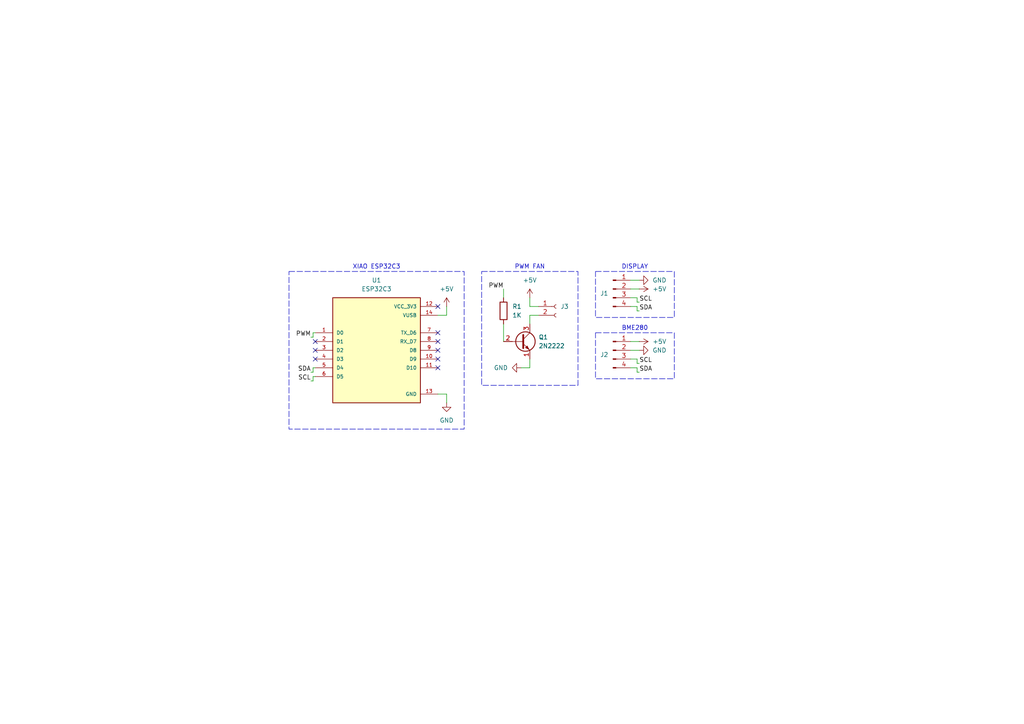
<source format=kicad_sch>
(kicad_sch (version 20250114) (generator "eeschema") (generator_version "9.0")
  (paper "A4")
  (lib_symbols
    (symbol "Connector:Conn_01x02_Socket" (pin_names (offset 1.016) (hide yes))
      (property "Reference" "J" (at 0 2.54 0))
      (property "Value" "Conn_01x02_Socket" (at 0 -5.08 0))
      (symbol "Conn_01x02_Socket_1_1"
        (polyline (pts (xy -1.27 0) (xy -0.508 0)) (stroke (width 0.1524)))
        (polyline (pts (xy -1.27 -2.54) (xy -0.508 -2.54)) (stroke (width 0.1524)))
        (arc (start 0 -0.508) (mid -0.5058 0) (end 0 0.508) (stroke (width 0.1524)))
        (arc (start 0 -3.048) (mid -0.5058 -2.54) (end 0 -2.032) (stroke (width 0.1524)))
        (pin passive line (at -5.08 0 0) (length 3.81) (name "Pin_1") (number "1"))
        (pin passive line (at -5.08 -2.54 0) (length 3.81) (name "Pin_2") (number "2"))
      )
    )
    (symbol "Connector:Conn_01x04_Pin" (pin_names (offset 1.016) (hide yes))
      (property "Reference" "J" (at 0 5.08 0))
      (property "Value" "Conn_01x04_Pin" (at 0 -7.62 0))
      (symbol "Conn_01x04_Pin_1_1"
        (rectangle (start 0.8636 2.667) (end 0 2.413) (stroke (width 0.1524)) (fill (type outline)))
        (rectangle (start 0.8636 0.127) (end 0 -0.127) (stroke (width 0.1524)) (fill (type outline)))
        (rectangle (start 0.8636 -2.413) (end 0 -2.667) (stroke (width 0.1524)) (fill (type outline)))
        (rectangle (start 0.8636 -4.953) (end 0 -5.207) (stroke (width 0.1524)) (fill (type outline)))
        (polyline (pts (xy 1.27 2.54) (xy 0.8636 2.54)) (stroke (width 0.1524)))
        (polyline (pts (xy 1.27 0) (xy 0.8636 0)) (stroke (width 0.1524)))
        (polyline (pts (xy 1.27 -2.54) (xy 0.8636 -2.54)) (stroke (width 0.1524)))
        (polyline (pts (xy 1.27 -5.08) (xy 0.8636 -5.08)) (stroke (width 0.1524)))
        (pin passive line (at 5.08 2.54 180) (length 3.81) (name "Pin_1") (number "1"))
        (pin passive line (at 5.08 0 180) (length 3.81) (name "Pin_2") (number "2"))
        (pin passive line (at 5.08 -2.54 180) (length 3.81) (name "Pin_3") (number "3"))
        (pin passive line (at 5.08 -5.08 180) (length 3.81) (name "Pin_4") (number "4"))
      )
    )
    (symbol "Custom Symbols:XIAO_ESP32C3" (pin_names (offset 1.016))
      (property "Reference" "U" (at -12.7 16.002 0))
      (property "Value" "XIAO_ESP32C3" (at -12.7 -17.78 0))
      (symbol "XIAO_ESP32C3_0_0"
        (rectangle (start -12.7 -15.24) (end 12.7 15.24) (stroke (width 0.254)) (fill (type background)))
        (pin bidirectional line (at -17.78 5.08 0) (length 5.08) (name "D0") (number "1"))
        (pin bidirectional line (at -17.78 2.54 0) (length 5.08) (name "D1") (number "2"))
        (pin bidirectional line (at -17.78 0 0) (length 5.08) (name "D2") (number "3"))
        (pin bidirectional line (at -17.78 -2.54 0) (length 5.08) (name "D3") (number "4"))
        (pin bidirectional line (at -17.78 -5.08 0) (length 5.08) (name "D4") (number "5"))
        (pin bidirectional line (at -17.78 -7.62 0) (length 5.08) (name "D5") (number "6"))
        (pin bidirectional line (at 17.78 5.08 180) (length 5.08) (name "TX_D6") (number "7"))
        (pin bidirectional line (at 17.78 2.54 180) (length 5.08) (name "RX_D7") (number "8"))
        (pin bidirectional line (at 17.78 0 180) (length 5.08) (name "D8") (number "9"))
        (pin bidirectional line (at 17.78 -2.54 180) (length 5.08) (name "D9") (number "10"))
        (pin bidirectional line (at 17.78 -5.08 180) (length 5.08) (name "D10") (number "11"))
      )
      (symbol "XIAO_ESP32C3_1_0"
        (pin power_out line (at 17.78 12.7 180) (length 5.08) (name "VCC_3V3") (number "12"))
        (pin power_out line (at 17.78 10.16 180) (length 5.08) (name "VUSB") (number "14"))
        (pin power_out line (at 17.78 -12.7 180) (length 5.08) (name "GND") (number "13"))
      )
    )
    (symbol "Device:R" (pin_numbers (hide yes)) (pin_names (offset 0))
      (property "Reference" "R" (at 2.032 0 90))
      (property "Value" "R" (at 0 0 90))
      (symbol "R_0_1"
        (rectangle (start -1.016 -2.54) (end 1.016 2.54) (stroke (width 0.254)))
      )
      (symbol "R_1_1"
        (pin passive line (at 0 3.81 270) (length 1.27) (name "~") (number "1"))
        (pin passive line (at 0 -3.81 90) (length 1.27) (name "~") (number "2"))
      )
    )
    (symbol "Transistor_BJT:2N3904" (pin_names (offset 0) (hide yes))
      (property "Reference" "Q" (at 5.08 1.905 0))
      (property "Value" "2N3904" (at 5.08 0 0))
      (symbol "2N3904_0_1"
        (polyline (pts (xy -2.54 0) (xy 0.635 0)))
        (polyline (pts (xy 0.635 1.905) (xy 0.635 -1.905)) (stroke (width 0.508)))
        (circle (center 1.27 0) (radius 2.8194) (stroke (width 0.254)))
      )
      (symbol "2N3904_1_1"
        (polyline (pts (xy 0.635 0.635) (xy 2.54 2.54)))
        (polyline (pts (xy 0.635 -0.635) (xy 2.54 -2.54)))
        (polyline (pts (xy 1.27 -1.778) (xy 1.778 -1.27) (xy 2.286 -2.286) (xy 1.27 -1.778)) (fill (type outline)))
        (pin input line (at -5.08 0 0) (length 2.54) (name "B") (number "2"))
        (pin passive line (at 2.54 5.08 270) (length 2.54) (name "C") (number "3"))
        (pin passive line (at 2.54 -5.08 90) (length 2.54) (name "E") (number "1"))
      )
    )
    (symbol "power:+5V" (power) (pin_numbers (hide yes)) (pin_names (offset 0) (hide yes))
      (property "Value" "+5V" (at 0 3.556 0))
      (symbol "+5V_0_1"
        (polyline (pts (xy -0.762 1.27) (xy 0 2.54)))
        (polyline (pts (xy 0 2.54) (xy 0.762 1.27)))
        (polyline (pts (xy 0 0) (xy 0 2.54)))
      )
      (symbol "+5V_1_1"
        (pin power_in line (at 0 0 90) (length 0) (name "~") (number "1"))
      )
    )
    (symbol "power:GND" (power) (pin_numbers (hide yes)) (pin_names (offset 0) (hide yes))
      (property "Value" "GND" (at 0 -3.81 0))
      (symbol "GND_0_1"
        (polyline (pts (xy 0 0) (xy 0 -1.27) (xy 1.27 -1.27) (xy 0 -2.54) (xy -1.27 -1.27) (xy 0 -1.27)))
      )
      (symbol "GND_1_1"
        (pin power_in line (at 0 0 270) (length 0) (name "~") (number "1"))
      )
    )
  )
  (rectangle (start 172.72 78.74) (end 195.58 92.075) (stroke (width 0) (type dash)))
  (rectangle (start 172.72 96.52) (end 195.58 109.855) (stroke (width 0) (type dash)))
  (rectangle (start 83.82 78.74) (end 134.62 124.46) (stroke (width 0) (type dash)))
  (rectangle (start 139.7 78.74) (end 167.64 111.76) (stroke (width 0) (type dash)))
  (text "XIAO ESP32C3" (at 109.22 77.47 0) (effects (font (size 1.27 1.27))))
  (text "DISPLAY" (at 184.15 77.47 0) (effects (font (size 1.27 1.27))))
  (text "BME280\n" (at 184.15 95.25 0) (effects (font (size 1.27 1.27))))
  (text "PWM FAN" (at 153.67 77.47 0) (effects (font (size 1.27 1.27))))
  (no_connect (at 127 96.52))
  (no_connect (at 127 101.6))
  (no_connect (at 127 88.9))
  (no_connect (at 91.44 104.14))
  (no_connect (at 127 99.06))
  (no_connect (at 127 106.68))
  (no_connect (at 91.44 99.06))
  (no_connect (at 91.44 101.6))
  (no_connect (at 127 104.14))
  (wire (pts (xy 153.67 91.44) (xy 156.21 91.44)))
  (wire (pts (xy 182.88 101.6) (xy 185.42 101.6)))
  (wire (pts (xy 129.54 91.44) (xy 129.54 88.9)))
  (wire (pts (xy 184.785 87.63) (xy 184.785 86.36)))
  (wire (pts (xy 90.805 97.79) (xy 90.805 96.52)))
  (wire (pts (xy 146.05 83.82) (xy 146.05 86.36)))
  (wire (pts (xy 90.805 110.49) (xy 90.805 109.22)))
  (wire (pts (xy 90.805 109.22) (xy 91.44 109.22)))
  (wire (pts (xy 146.05 93.98) (xy 146.05 99.06)))
  (wire (pts (xy 184.785 88.9) (xy 182.88 88.9)))
  (wire (pts (xy 184.785 90.17) (xy 184.785 88.9)))
  (wire (pts (xy 184.785 87.63) (xy 185.42 87.63)))
  (wire (pts (xy 90.17 110.49) (xy 90.805 110.49)))
  (wire (pts (xy 153.67 91.44) (xy 153.67 93.98)))
  (wire (pts (xy 184.785 90.17) (xy 185.42 90.17)))
  (wire (pts (xy 90.805 106.68) (xy 91.44 106.68)))
  (wire (pts (xy 184.785 105.41) (xy 185.42 105.41)))
  (wire (pts (xy 90.805 96.52) (xy 91.44 96.52)))
  (wire (pts (xy 184.785 106.68) (xy 182.88 106.68)))
  (wire (pts (xy 184.785 107.95) (xy 184.785 106.68)))
  (wire (pts (xy 184.785 86.36) (xy 182.88 86.36)))
  (wire (pts (xy 182.88 81.28) (xy 185.42 81.28)))
  (wire (pts (xy 127 91.44) (xy 129.54 91.44)))
  (wire (pts (xy 90.17 97.79) (xy 90.805 97.79)))
  (wire (pts (xy 90.805 107.95) (xy 90.805 106.68)))
  (wire (pts (xy 127 114.3) (xy 129.54 114.3)))
  (wire (pts (xy 184.785 105.41) (xy 184.785 104.14)))
  (wire (pts (xy 151.13 106.68) (xy 153.67 106.68)))
  (wire (pts (xy 182.88 83.82) (xy 185.42 83.82)))
  (wire (pts (xy 184.785 107.95) (xy 185.42 107.95)))
  (wire (pts (xy 90.17 107.95) (xy 90.805 107.95)))
  (wire (pts (xy 153.67 106.68) (xy 153.67 104.14)))
  (wire (pts (xy 182.88 99.06) (xy 185.42 99.06)))
  (wire (pts (xy 153.67 86.36) (xy 153.67 88.9)))
  (wire (pts (xy 184.785 104.14) (xy 182.88 104.14)))
  (wire (pts (xy 153.67 88.9) (xy 156.21 88.9)))
  (wire (pts (xy 129.54 114.3) (xy 129.54 116.84)))
  (label "SCL" (at 90.17 110.49 180))
  (label "SDA" (at 185.42 107.95 0))
  (label "SDA" (at 90.17 107.95 180))
  (label "PWM" (at 146.05 83.82 180))
  (label "PWM" (at 90.17 97.79 180))
  (label "SDA" (at 185.42 90.17 0))
  (label "SCL" (at 185.42 87.63 0))
  (label "SCL" (at 185.42 105.41 0))
  (symbol (lib_id "Connector:Conn_01x02_Socket") (at 161.29 88.9 0) (unit 1)
    (property "Reference" "J3" (at 162.56 88.8999 0) (effects (justify left)))
    (property "Value" "Conn_01x02_Socket" (effects (hide yes)))
    (property "Footprint" "Connector_JST:JST_XH_S2B-XH-A-1_1x02_P2.50mm_Horizontal" (effects (hide yes)))
    (property "Description" "Generic connector, single row, 01x02, script generated" (effects (hide yes)))
  )
  (symbol (lib_id "power:+5V") (at 185.42 99.06 270) (unit 1)
    (property "Reference" "#PWR08" (effects (hide yes)))
    (property "Value" "+5V" (at 189.23 99.0599 90) (effects (justify left)))
    (property "Description" "Power symbol creates a global label with name \"+5V\"" (effects (hide yes)))
  )
  (symbol (lib_id "power:GND") (at 129.54 116.84 0) (unit 1)
    (property "Reference" "#PWR02" (effects (hide yes)))
    (property "Value" "GND" (at 129.54 121.92 0))
    (property "Description" "Power symbol creates a global label with name \"GND\" , ground" (effects (hide yes)))
  )
  (symbol (lib_id "Transistor_BJT:2N3904") (at 151.13 99.06 0) (unit 1)
    (property "Reference" "Q1" (at 156.21 97.7899 0) (effects (justify left)))
    (property "Value" "2N2222" (at 156.21 100.3299 0) (effects (justify left)))
    (property "Footprint" "Package_TO_SOT_THT:TO-92_Inline" (effects (hide yes)))
    (property "Datasheet" "https://www.onsemi.com/pub/Collateral/2N3903-D.PDF" (effects (hide yes)))
    (property "Description" "0.8A Ic, 40V Vce, Small Signal NPN Transistor, TO-92" (effects (hide yes)))
  )
  (symbol (lib_id "power:+5V") (at 129.54 88.9 0) (unit 1)
    (property "Reference" "#PWR01" (effects (hide yes)))
    (property "Value" "+5V" (at 129.54 83.82 0))
    (property "Description" "Power symbol creates a global label with name \"+5V\"" (effects (hide yes)))
  )
  (symbol (lib_id "Device:R") (at 146.05 90.17 0) (unit 1)
    (property "Reference" "R1" (at 148.59 88.8999 0) (effects (justify left)))
    (property "Value" "1K" (at 148.59 91.4399 0) (effects (justify left)))
    (property "Footprint" "Resistor_THT:R_Axial_DIN0207_L6.3mm_D2.5mm_P7.62mm_Horizontal" (effects (hide yes)))
    (property "Description" "Resistor" (effects (hide yes)))
  )
  (symbol (lib_id "power:GND") (at 185.42 81.28 90) (unit 1)
    (property "Reference" "#PWR05" (effects (hide yes)))
    (property "Value" "GND" (at 189.23 81.2799 90) (effects (justify right)))
    (property "Description" "Power symbol creates a global label with name \"GND\" , ground" (effects (hide yes)))
  )
  (symbol (lib_id "power:GND") (at 185.42 101.6 90) (unit 1)
    (property "Reference" "#PWR07" (effects (hide yes)))
    (property "Value" "GND" (at 189.23 101.5999 90) (effects (justify right)))
    (property "Description" "Power symbol creates a global label with name \"GND\" , ground" (effects (hide yes)))
  )
  (symbol (lib_id "power:+5V") (at 185.42 83.82 270) (unit 1)
    (property "Reference" "#PWR06" (effects (hide yes)))
    (property "Value" "+5V" (at 189.23 83.8199 90) (effects (justify left)))
    (property "Description" "Power symbol creates a global label with name \"+5V\"" (effects (hide yes)))
  )
  (symbol (lib_id "power:+5V") (at 153.67 86.36 0) (unit 1)
    (property "Reference" "#PWR04" (effects (hide yes)))
    (property "Value" "+5V" (at 153.67 81.28 0))
    (property "Description" "Power symbol creates a global label with name \"+5V\"" (effects (hide yes)))
  )
  (symbol (lib_id "Connector:Conn_01x04_Pin") (at 177.8 83.82 0) (unit 1)
    (property "Reference" "J1" (at 175.26 85.09 0))
    (property "Value" "Conn_01x04_Pin" (effects (hide yes)))
    (property "Footprint" "Connector_PinHeader_2.54mm:PinHeader_1x04_P2.54mm_Vertical" (effects (hide yes)))
    (property "Description" "Generic connector, single row, 01x04, script generated" (effects (hide yes)))
  )
  (symbol (lib_id "Custom Symbols:XIAO_ESP32C3") (at 109.22 101.6 0) (unit 1)
    (property "Reference" "U1" (at 109.22 81.28 0))
    (property "Value" "ESP32C3" (at 109.22 83.82 0))
    (property "Footprint" "Aeris:XIAO_ESP32" (effects (hide yes)))
    (property "MF" "Seeed Technology Co., Ltd" (effects (hide yes)))
    (property "MAXIMUM_PACKAGE_HEIGHT" "N/A" (effects (hide yes)))
    (property "Package" "None" (effects (hide yes)))
    (property "Price" "None" (effects (hide yes)))
    (property "Check_prices" "https://www.snapeda.com/parts/113991054/Seeed+Studio/view-part/?ref=eda" (effects (hide yes)))
    (property "STANDARD" "Manufacturer Recommendations" (effects (hide yes)))
    (property "PARTREV" "23/05/2022" (effects (hide yes)))
    (property "SnapEDA_Link" "https://www.snapeda.com/parts/113991054/Seeed+Studio/view-part/?ref=snap" (effects (hide yes)))
    (property "MP" "113991054" (effects (hide yes)))
    (property "Description_1" "- ESP32-C3 Transceiver; 802.11 a/b/g/n (Wi-Fi, WiFi, WLAN), Bluetooth® Smart 4.x Low Energy (BLE) 2.4GHz Evaluation Board" (effects (hide yes)))
    (property "SNAPEDA_PN" "113991054" (effects (hide yes)))
    (property "Availability" "In Stock" (effects (hide yes)))
    (property "MANUFACTURER" "Seeed Technology" (effects (hide yes)))
  )
  (symbol (lib_id "Connector:Conn_01x04_Pin") (at 177.8 101.6 0) (unit 1)
    (property "Reference" "J2" (at 175.26 102.87 0))
    (property "Value" "Conn_01x04_Pin" (effects (hide yes)))
    (property "Footprint" "Connector_PinHeader_2.54mm:PinHeader_1x04_P2.54mm_Vertical" (effects (hide yes)))
    (property "Description" "Generic connector, single row, 01x04, script generated" (effects (hide yes)))
  )
  (symbol (lib_id "power:GND") (at 151.13 106.68 270) (unit 1)
    (property "Reference" "#PWR03" (effects (hide yes)))
    (property "Value" "GND" (at 147.32 106.6799 90) (effects (justify right)))
    (property "Description" "Power symbol creates a global label with name \"GND\" , ground" (effects (hide yes)))
  )
)
</source>
